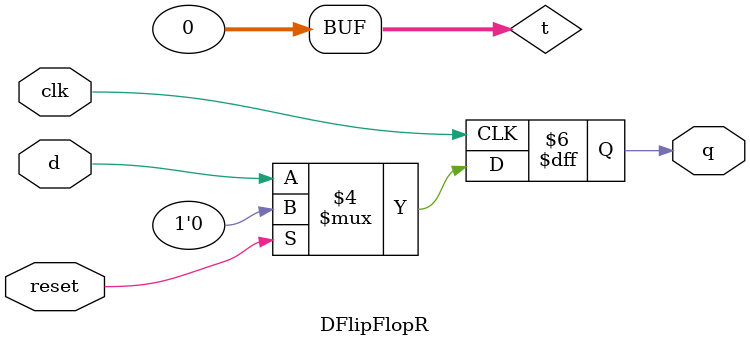
<source format=sv>
`timescale 1ns / 1ps
module DFlipFlopR(
    input logic clk, reset, 
    input logic d,
    output logic q
);
integer t;
initial t=0;

always @ (posedge clk)begin
    if(reset) q <= 1'b0;
    else
       q <= d;
end
endmodule

</source>
